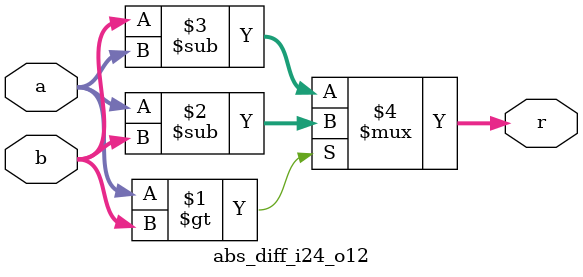
<source format=v>
module abs_diff_i24_o12(a,b,r);
input [11:0] a,b;
output [11:0] r;

assign r = (a>b) ? (a-b) : (b-a);

endmodule

</source>
